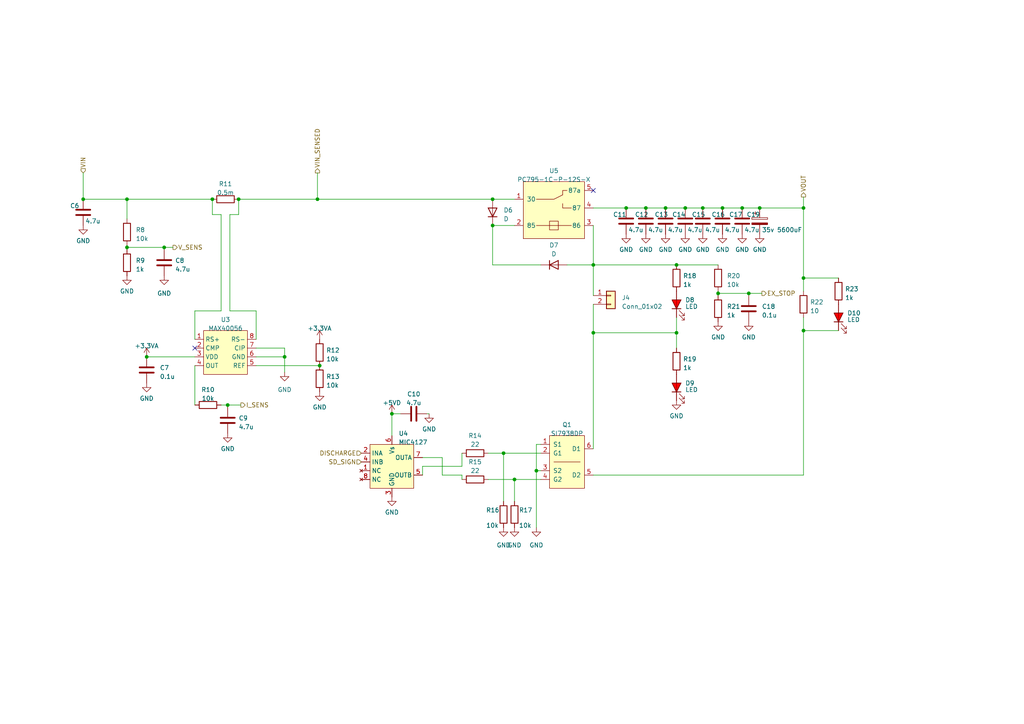
<source format=kicad_sch>
(kicad_sch (version 20231120) (generator "eeschema") (generator_version "8.0")
  (paper "A4")
  (lib_symbols
    (symbol "Connector_Generic:Conn_01x02" (pin_names (offset 1.016) hide)
      (property "Reference" "J" (at 0 2.54 0))
      (property "Value" "Conn_01x02" (at 0 -5.08 0))
      (symbol "Conn_01x02_1_1"
        (rectangle (start -1.27 -2.413) (end 0 -2.667) (stroke (width 0.1524)))
        (rectangle (start -1.27 0.127) (end 0 -0.127) (stroke (width 0.1524)))
        (rectangle (start -1.27 1.27) (end 1.27 -3.81) (stroke (width 0.254)) (fill (type background)))
        (pin passive line (at -5.08 0 0) (length 3.81) (name "Pin_1") (number "1"))
        (pin passive line (at -5.08 -2.54 0) (length 3.81) (name "Pin_2") (number "2"))
      )
    )
    (symbol "Device:C" (pin_numbers hide) (pin_names (offset 0.254))
      (property "Reference" "C" (at 0.635 2.54 0))
      (property "Value" "C" (at 0.635 -2.54 0))
      (symbol "C_0_1"
        (polyline (pts (xy -2.032 -0.762) (xy 2.032 -0.762)) (stroke (width 0.508)))
        (polyline (pts (xy -2.032 0.762) (xy 2.032 0.762)) (stroke (width 0.508)))
      )
      (symbol "C_1_1"
        (pin passive line (at 0 3.81 270) (length 2.794) (name "~") (number "1"))
        (pin passive line (at 0 -3.81 90) (length 2.794) (name "~") (number "2"))
      )
    )
    (symbol "Device:C_Polarized" (pin_numbers hide) (pin_names (offset 0.254))
      (property "Reference" "C" (at 0.635 2.54 0))
      (property "Value" "C_Polarized" (at 0.635 -2.54 0))
      (symbol "C_Polarized_0_1"
        (rectangle (start -2.286 0.508) (end 2.286 1.016))
        (polyline (pts (xy -1.778 2.286) (xy -0.762 2.286)))
        (polyline (pts (xy -1.27 2.794) (xy -1.27 1.778)))
        (rectangle (start 2.286 -0.508) (end -2.286 -1.016) (fill (type outline)))
      )
      (symbol "C_Polarized_1_1"
        (pin passive line (at 0 3.81 270) (length 2.794) (name "~") (number "1"))
        (pin passive line (at 0 -3.81 90) (length 2.794) (name "~") (number "2"))
      )
    )
    (symbol "Device:D" (pin_numbers hide) (pin_names (offset 1.016) hide)
      (property "Reference" "D" (at 0 2.54 0))
      (property "Value" "D" (at 0 -2.54 0))
      (symbol "D_0_1"
        (polyline (pts (xy -1.27 1.27) (xy -1.27 -1.27)) (stroke (width 0.254)))
        (polyline (pts (xy 1.27 0) (xy -1.27 0)))
        (polyline (pts (xy 1.27 1.27) (xy 1.27 -1.27) (xy -1.27 0) (xy 1.27 1.27)) (stroke (width 0.254)))
      )
      (symbol "D_1_1"
        (pin passive line (at -3.81 0 0) (length 2.54) (name "K") (number "1"))
        (pin passive line (at 3.81 0 180) (length 2.54) (name "A") (number "2"))
      )
    )
    (symbol "Device:R" (pin_numbers hide) (pin_names (offset 0))
      (property "Reference" "R" (at 2.032 0 90))
      (property "Value" "R" (at 0 0 90))
      (symbol "R_0_1"
        (rectangle (start -1.016 -2.54) (end 1.016 2.54) (stroke (width 0.254)))
      )
      (symbol "R_1_1"
        (pin passive line (at 0 3.81 270) (length 1.27) (name "~") (number "1"))
        (pin passive line (at 0 -3.81 90) (length 1.27) (name "~") (number "2"))
      )
    )
    (symbol "LED_2" (pin_numbers hide) (pin_names (offset 1.016) hide)
      (property "Reference" "D5" (at 3.81 -0.9525 90))
      (property "Value" "LED" (at 3.81 -3.4925 90))
      (symbol "LED_2_0_1"
        (polyline (pts (xy -1.27 -1.27) (xy -1.27 1.27)) (stroke (width 0.254)))
        (polyline (pts (xy -1.27 0) (xy 1.27 0)))
        (polyline (pts (xy 1.27 -1.27) (xy 1.27 1.27) (xy -1.27 0) (xy 1.27 -1.27)) (stroke (width 0.254)) (fill (type color) (color 255 0 0 1)))
        (polyline (pts (xy -3.048 -0.762) (xy -4.572 -2.286) (xy -3.81 -2.286) (xy -4.572 -2.286) (xy -4.572 -1.524)))
        (polyline (pts (xy -1.778 -0.762) (xy -3.302 -2.286) (xy -2.54 -2.286) (xy -3.302 -2.286) (xy -3.302 -1.524)))
      )
      (symbol "LED_2_1_1"
        (pin passive line (at -3.81 0 0) (length 2.54) (name "K") (number "1"))
        (pin passive line (at 3.81 0 180) (length 2.54) (name "A") (number "2"))
      )
    )
    (symbol "Robocon_Analog:MAX40056"
      (property "Reference" "U" (at 0 0 0))
      (property "Value" "MAX40056" (at 0 0 0))
      (symbol "MAX40056_0_1"
        (rectangle (start -6.35 -1.27) (end 6.35 -13.97) (fill (type background)))
      )
      (symbol "MAX40056_1_1"
        (pin input line (at -8.89 -3.81 0) (length 2.54) (name "RS+") (number "1"))
        (pin output line (at -8.89 -6.35 0) (length 2.54) (name "CMP") (number "2"))
        (pin power_in line (at -8.89 -8.89 0) (length 2.54) (name "VDD") (number "3"))
        (pin output line (at -8.89 -11.43 0) (length 2.54) (name "OUT") (number "4"))
        (pin input line (at 8.89 -11.43 180) (length 2.54) (name "REF") (number "5"))
        (pin power_in line (at 8.89 -8.89 180) (length 2.54) (name "GND") (number "6"))
        (pin input line (at 8.89 -6.35 180) (length 2.54) (name "CIP") (number "7"))
        (pin input line (at 8.89 -3.81 180) (length 2.54) (name "RS-") (number "8"))
      )
    )
    (symbol "Robocon_Gate_Driver:MIC4127"
      (property "Reference" "U" (at 2.54 2.54 0))
      (property "Value" "MIC4127" (at 5.08 0 0))
      (symbol "MIC4127_0_1"
        (rectangle (start -6.35 -1.27) (end 6.35 -13.97) (fill (type background)))
      )
      (symbol "MIC4127_1_1"
        (pin no_connect line (at -8.89 -8.89 0) (length 2.54) (name "NC") (number "1"))
        (pin input line (at -8.89 -3.81 0) (length 2.54) (name "INA") (number "2"))
        (pin power_in line (at 0 -16.51 90) (length 2.54) (name "GND") (number "3"))
        (pin input line (at -8.89 -6.35 0) (length 2.54) (name "INB") (number "4"))
        (pin power_out line (at 8.89 -10.16 180) (length 2.54) (name "OUTB") (number "5"))
        (pin power_in line (at 0 1.27 270) (length 2.54) (name "Vs") (number "6"))
        (pin power_out line (at 8.89 -5.08 180) (length 2.54) (name "OUTA") (number "7"))
        (pin no_connect line (at -8.89 -11.43 0) (length 2.54) (name "NC") (number "8"))
      )
    )
    (symbol "Robocon_MOSFET:HYG090ND06LS1C2" (pin_names (offset 1.016))
      (property "Reference" "Q" (at 0 0 0))
      (property "Value" "HYG090ND06LS1C2" (at 0 0 0))
      (symbol "HYG090ND06LS1C2_0_1"
        (rectangle (start -5.08 -1.27) (end 5.08 -16.51) (fill (type background)))
        (polyline (pts (xy -3.81 -8.89) (xy 3.81 -8.89)))
      )
      (symbol "HYG090ND06LS1C2_1_1"
        (pin passive line (at -7.62 -3.81 0) (length 2.54) (name "S1") (number "1"))
        (pin passive line (at -7.62 -6.35 0) (length 2.54) (name "G1") (number "2"))
        (pin passive line (at -7.62 -11.43 0) (length 2.54) (name "S2") (number "3"))
        (pin passive line (at -7.62 -13.97 0) (length 2.54) (name "G2") (number "4"))
        (pin passive line (at 7.62 -12.7 180) (length 2.54) (name "D2") (number "5"))
        (pin passive line (at 7.62 -5.08 180) (length 2.54) (name "D1") (number "6"))
      )
    )
    (symbol "Robocon_Relay:JD2912-1Z-12VDC" (pin_names (offset 1.016))
      (property "Reference" "U" (at 0 0 0))
      (property "Value" "JD2912-1Z-12VDC" (at 0 0 0))
      (symbol "JD2912-1Z-12VDC_0_1"
        (rectangle (start -8.89 -2.54) (end 8.89 -19.05) (fill (type background)))
        (polyline (pts (xy -5.08 -7.62) (xy 0 -7.62) (xy 2.54 -6.35)))
        (polyline (pts (xy 3.81 -5.08) (xy 2.54 -5.08) (xy 2.54 -6.35)))
        (polyline (pts (xy 5.08 -10.16) (xy 2.54 -10.16) (xy 2.54 -8.89)))
        (polyline (pts (xy -5.08 -15.24) (xy 5.08 -15.24) (xy -1.27 -15.24) (xy -1.27 -13.97) (xy 1.27 -13.97) (xy 1.27 -16.51) (xy -1.27 -16.51) (xy -1.27 -15.24)))
      )
      (symbol "JD2912-1Z-12VDC_1_1"
        (pin power_in line (at -11.43 -7.62 0) (length 2.54) (name "30") (number "1"))
        (pin input line (at -11.43 -15.24 0) (length 2.54) (name "85") (number "2"))
        (pin input line (at 11.43 -15.24 180) (length 2.54) (name "86") (number "3"))
        (pin power_in line (at 11.43 -10.16 180) (length 2.54) (name "87") (number "4"))
        (pin power_in line (at 11.43 -5.08 180) (length 2.54) (name "87a") (number "5"))
      )
    )
    (symbol "power:+3.3VA" (power) (pin_names (offset 0))
      (property "Value" "+3.3VA" (at 0 3.556 0))
      (symbol "+3.3VA_0_1"
        (polyline (pts (xy -0.762 1.27) (xy 0 2.54)))
        (polyline (pts (xy 0 0) (xy 0 2.54)))
        (polyline (pts (xy 0 2.54) (xy 0.762 1.27)))
      )
      (symbol "+3.3VA_1_1"
        (pin power_in line (at 0 0 90) (length 0) hide (name "+3.3VA") (number "1"))
      )
    )
    (symbol "power:+5VD" (power) (pin_names (offset 0))
      (property "Value" "+5VD" (at 0 3.556 0))
      (symbol "+5VD_0_1"
        (polyline (pts (xy -0.762 1.27) (xy 0 2.54)))
        (polyline (pts (xy 0 0) (xy 0 2.54)))
        (polyline (pts (xy 0 2.54) (xy 0.762 1.27)))
      )
      (symbol "+5VD_1_1"
        (pin power_in line (at 0 0 90) (length 0) hide (name "+5VD") (number "1"))
      )
    )
    (symbol "power:GND" (power) (pin_names (offset 0))
      (property "Value" "GND" (at 0 -3.81 0))
      (symbol "GND_0_1"
        (polyline (pts (xy 0 0) (xy 0 -1.27) (xy 1.27 -1.27) (xy 0 -2.54) (xy -1.27 -1.27) (xy 0 -1.27)))
      )
      (symbol "GND_1_1"
        (pin power_in line (at 0 0 270) (length 0) hide (name "GND") (number "1"))
      )
    )
  )
  (junction (at 233.045 80.645))
  (junction (at 113.665 120.015))
  (junction (at 196.215 76.835))
  (junction (at 36.83 57.785))
  (junction (at 42.545 103.505))
  (junction (at 208.28 85.09))
  (junction (at 196.215 96.52))
  (junction (at 146.05 131.445))
  (junction (at 155.575 136.525))
  (junction (at 69.215 57.785))
  (junction (at 209.55 60.325))
  (junction (at 172.085 96.52))
  (junction (at 187.325 60.325))
  (junction (at 233.045 60.325))
  (junction (at 203.835 60.325))
  (junction (at 66.04 117.475))
  (junction (at 181.61 60.325))
  (junction (at 233.045 95.885))
  (junction (at 220.345 60.325))
  (junction (at 82.55 103.505))
  (junction (at 47.625 71.755))
  (junction (at 149.225 139.065))
  (junction (at 142.875 57.785))
  (junction (at 217.17 85.09))
  (junction (at 172.085 76.835))
  (junction (at 92.075 57.785))
  (junction (at 36.83 71.755))
  (junction (at 92.71 106.045))
  (junction (at 24.13 57.785))
  (junction (at 142.875 65.405))
  (junction (at 61.595 57.785))
  (junction (at 215.265 60.325))
  (junction (at 193.04 60.325))
  (junction (at 198.755 60.325))
  (no_connect (at 172.085 55.245))
  (no_connect (at 56.515 100.965))
  (wire (pts (xy 66.675 90.17) (xy 74.295 90.17)))
  (wire (pts (xy 36.83 57.785) (xy 61.595 57.785)))
  (wire (pts (xy 196.215 96.52) (xy 196.215 100.965)))
  (wire (pts (xy 233.045 57.15) (xy 233.045 60.325)))
  (wire (pts (xy 133.985 135.255) (xy 122.555 135.255)))
  (wire (pts (xy 172.085 137.795) (xy 233.045 137.795)))
  (wire (pts (xy 208.28 84.455) (xy 208.28 85.09)))
  (wire (pts (xy 92.075 57.785) (xy 142.875 57.785)))
  (wire (pts (xy 69.215 62.23) (xy 66.675 62.23)))
  (wire (pts (xy 116.205 120.015) (xy 113.665 120.015)))
  (wire (pts (xy 156.845 128.905) (xy 155.575 128.905)))
  (wire (pts (xy 42.545 103.505) (xy 56.515 103.505)))
  (wire (pts (xy 233.045 80.645) (xy 243.205 80.645)))
  (wire (pts (xy 181.61 60.325) (xy 187.325 60.325)))
  (wire (pts (xy 92.075 50.165) (xy 92.075 57.785)))
  (wire (pts (xy 142.875 65.405) (xy 149.225 65.405)))
  (wire (pts (xy 172.085 76.835) (xy 196.215 76.835)))
  (wire (pts (xy 172.085 76.835) (xy 172.085 65.405)))
  (wire (pts (xy 208.28 85.09) (xy 217.17 85.09)))
  (wire (pts (xy 155.575 136.525) (xy 155.575 153.035)))
  (wire (pts (xy 47.625 71.755) (xy 47.625 72.39)))
  (wire (pts (xy 66.675 62.23) (xy 66.675 90.17)))
  (wire (pts (xy 217.17 85.09) (xy 217.17 85.725)))
  (wire (pts (xy 56.515 106.045) (xy 56.515 117.475)))
  (wire (pts (xy 193.04 60.325) (xy 198.755 60.325)))
  (wire (pts (xy 172.085 96.52) (xy 172.085 130.175)))
  (wire (pts (xy 198.755 60.325) (xy 203.835 60.325)))
  (wire (pts (xy 233.045 95.885) (xy 233.045 137.795)))
  (wire (pts (xy 122.555 132.715) (xy 128.27 132.715)))
  (wire (pts (xy 141.605 131.445) (xy 146.05 131.445)))
  (wire (pts (xy 217.17 85.09) (xy 220.98 85.09)))
  (wire (pts (xy 142.875 76.835) (xy 142.875 65.405)))
  (wire (pts (xy 36.83 71.12) (xy 36.83 71.755)))
  (wire (pts (xy 82.55 103.505) (xy 74.295 103.505)))
  (wire (pts (xy 233.045 92.075) (xy 233.045 95.885)))
  (wire (pts (xy 155.575 136.525) (xy 156.845 136.525)))
  (wire (pts (xy 196.215 76.835) (xy 208.28 76.835)))
  (wire (pts (xy 47.625 71.755) (xy 50.165 71.755)))
  (wire (pts (xy 149.225 139.065) (xy 156.845 139.065)))
  (wire (pts (xy 128.27 132.715) (xy 128.27 137.795)))
  (wire (pts (xy 113.665 120.015) (xy 113.665 126.365)))
  (wire (pts (xy 74.295 90.17) (xy 74.295 98.425)))
  (wire (pts (xy 122.555 135.255) (xy 122.555 137.795)))
  (wire (pts (xy 208.28 85.09) (xy 208.28 85.725)))
  (wire (pts (xy 74.295 106.045) (xy 92.71 106.045)))
  (wire (pts (xy 133.985 131.445) (xy 133.985 135.255)))
  (wire (pts (xy 233.045 80.645) (xy 233.045 60.325)))
  (wire (pts (xy 66.04 117.475) (xy 64.135 117.475)))
  (wire (pts (xy 61.595 62.23) (xy 61.595 57.785)))
  (wire (pts (xy 156.845 76.835) (xy 142.875 76.835)))
  (wire (pts (xy 142.875 57.785) (xy 149.225 57.785)))
  (wire (pts (xy 128.27 137.795) (xy 133.985 137.795)))
  (wire (pts (xy 215.265 60.325) (xy 220.345 60.325)))
  (wire (pts (xy 164.465 76.835) (xy 172.085 76.835)))
  (wire (pts (xy 172.085 76.835) (xy 172.085 85.725)))
  (wire (pts (xy 149.225 139.065) (xy 149.225 145.415)))
  (wire (pts (xy 233.045 84.455) (xy 233.045 80.645)))
  (wire (pts (xy 56.515 90.17) (xy 56.515 98.425)))
  (wire (pts (xy 172.085 88.265) (xy 172.085 96.52)))
  (wire (pts (xy 36.83 71.755) (xy 47.625 71.755)))
  (wire (pts (xy 133.985 137.795) (xy 133.985 139.065)))
  (wire (pts (xy 69.215 57.785) (xy 92.075 57.785)))
  (wire (pts (xy 196.215 92.075) (xy 196.215 96.52)))
  (wire (pts (xy 233.045 95.885) (xy 243.205 95.885)))
  (wire (pts (xy 66.04 118.11) (xy 66.04 117.475)))
  (wire (pts (xy 82.55 100.965) (xy 82.55 103.505)))
  (wire (pts (xy 64.135 62.23) (xy 64.135 90.17)))
  (wire (pts (xy 24.13 50.165) (xy 24.13 57.785)))
  (wire (pts (xy 69.215 57.785) (xy 69.215 62.23)))
  (wire (pts (xy 24.13 57.785) (xy 36.83 57.785)))
  (wire (pts (xy 203.835 60.325) (xy 209.55 60.325)))
  (wire (pts (xy 141.605 139.065) (xy 149.225 139.065)))
  (wire (pts (xy 146.05 131.445) (xy 146.05 145.415)))
  (wire (pts (xy 36.83 57.785) (xy 36.83 63.5)))
  (wire (pts (xy 155.575 128.905) (xy 155.575 136.525)))
  (wire (pts (xy 209.55 60.325) (xy 215.265 60.325)))
  (wire (pts (xy 146.05 131.445) (xy 156.845 131.445)))
  (wire (pts (xy 123.825 120.015) (xy 124.46 120.015)))
  (wire (pts (xy 36.83 71.755) (xy 36.83 72.39)))
  (wire (pts (xy 66.04 117.475) (xy 69.85 117.475)))
  (wire (pts (xy 61.595 62.23) (xy 64.135 62.23)))
  (wire (pts (xy 74.295 100.965) (xy 82.55 100.965)))
  (wire (pts (xy 187.325 60.325) (xy 193.04 60.325)))
  (wire (pts (xy 172.085 60.325) (xy 181.61 60.325)))
  (wire (pts (xy 64.135 90.17) (xy 56.515 90.17)))
  (wire (pts (xy 220.345 60.325) (xy 233.045 60.325)))
  (wire (pts (xy 82.55 107.95) (xy 82.55 103.505)))
  (wire (pts (xy 172.085 96.52) (xy 196.215 96.52)))
  (hierarchical_label "I_SENS" (shape output) (at 69.85 117.475 0))
  (hierarchical_label "V_SENS" (shape output) (at 50.165 71.755 0))
  (hierarchical_label "VOUT" (shape output) (at 233.045 57.15 90))
  (hierarchical_label "EX_STOP" (shape output) (at 220.98 85.09 0))
  (hierarchical_label "VIN_SENSED" (shape output) (at 92.075 50.165 90))
  (hierarchical_label "SD_SIGN" (shape input) (at 104.775 133.985 180))
  (hierarchical_label "DISCHARGE" (shape input) (at 104.775 131.445 180))
  (hierarchical_label "VIN" (shape input) (at 24.13 50.165 90))
  (symbol (lib_id "Device:C") (at 209.55 64.135 0) (unit 1)
    (property "Reference" "C16" (at 206.375 62.23 0) (effects (justify left)))
    (property "Value" "4.7u" (at 210.185 66.675 0) (effects (justify left)))
    (property "Footprint" "Capacitor_SMD:C_0805_2012Metric_Pad1.18x1.45mm_HandSolder" (effects (hide yes)))
  )
  (symbol (lib_id "power:+5VD") (at 113.665 120.015 0) (unit 1)
    (property "Reference" "#PWR045" (effects (hide yes)))
    (property "Value" "+5VD" (at 113.665 116.84 0))
  )
  (symbol (lib_id "Robocon_Analog:MAX40056") (at 65.405 94.615 0) (unit 1)
    (property "Reference" "U3" (at 65.405 92.71 0))
    (property "Value" "MAX40056" (at 65.405 95.25 0))
    (property "Footprint" "Package_SO:MSOP-8_3x3mm_P0.65mm" (effects (hide yes)))
  )
  (symbol (lib_id "power:GND") (at 187.325 67.945 0) (unit 1)
    (property "Reference" "#PWR052" (effects (hide yes)))
    (property "Value" "GND" (at 187.325 72.39 0))
  )
  (symbol (lib_id "power:+3.3VA") (at 42.545 103.505 0) (unit 1)
    (property "Reference" "#PWR038" (effects (hide yes)))
    (property "Value" "+3.3VA" (at 42.545 100.33 0))
  )
  (symbol (lib_id "Robocon_Gate_Driver:MIC4127") (at 113.665 127.635 0) (unit 1)
    (property "Reference" "U4" (at 115.6209 125.73 0) (effects (justify left)))
    (property "Value" "MIC4127" (at 115.6209 128.27 0) (effects (justify left)))
    (property "Footprint" "Package_SO:MSOP-8_3x3mm_P0.65mm" (effects (hide yes)))
  )
  (symbol (lib_id "power:+3.3VA") (at 92.71 98.425 0) (unit 1)
    (property "Reference" "#PWR043" (effects (hide yes)))
    (property "Value" "+3.3VA" (at 92.71 95.25 0))
  )
  (symbol (lib_id "power:GND") (at 220.345 67.945 0) (unit 1)
    (property "Reference" "#PWR061" (effects (hide yes)))
    (property "Value" "GND" (at 220.345 72.39 0))
  )
  (symbol (lib_id "Device:C") (at 24.13 61.595 0) (unit 1)
    (property "Reference" "C6" (at 20.32 59.69 0) (effects (justify left)))
    (property "Value" "4.7u" (at 24.765 64.135 0) (effects (justify left)))
    (property "Footprint" "Capacitor_SMD:C_0805_2012Metric_Pad1.18x1.45mm_HandSolder" (effects (hide yes)))
  )
  (symbol (lib_id "Device:C") (at 203.835 64.135 0) (unit 1)
    (property "Reference" "C15" (at 200.66 62.23 0) (effects (justify left)))
    (property "Value" "4.7u" (at 204.47 66.675 0) (effects (justify left)))
    (property "Footprint" "Capacitor_SMD:C_0805_2012Metric_Pad1.18x1.45mm_HandSolder" (effects (hide yes)))
  )
  (symbol (lib_name "LED_2") (lib_id "Device:LED") (at 196.215 112.395 90) (unit 1)
    (property "Reference" "D9" (at 198.755 111.125 90) (effects (justify right)))
    (property "Value" "LED" (at 198.755 113.03 90) (effects (justify right)))
    (property "Footprint" "LED_SMD:LED_0603_1608Metric_Pad1.05x0.95mm_HandSolder" (effects (hide yes)))
  )
  (symbol (lib_id "Device:D") (at 142.875 61.595 90) (unit 1)
    (property "Reference" "D6" (at 146.05 60.96 90) (effects (justify right)))
    (property "Value" "D" (at 146.05 63.5 90) (effects (justify right)))
    (property "Footprint" "Diode_SMD:D_SMA_Handsoldering" (effects (hide yes)))
    (property "Sim.Device" "D" (effects (hide yes)))
    (property "Sim.Pins" "1=K 2=A" (effects (hide yes)))
  )
  (symbol (lib_id "Device:R") (at 36.83 67.31 0) (unit 1)
    (property "Reference" "R8" (at 39.37 66.675 0) (effects (justify left)))
    (property "Value" "10k" (at 39.37 69.215 0) (effects (justify left)))
    (property "Footprint" "Resistor_SMD:R_0603_1608Metric_Pad0.98x0.95mm_HandSolder" (effects (hide yes)))
  )
  (symbol (lib_id "power:GND") (at 196.215 116.205 0) (unit 1)
    (property "Reference" "#PWR054" (effects (hide yes)))
    (property "Value" "GND" (at 196.215 120.65 0))
  )
  (symbol (lib_id "Device:R") (at 196.215 80.645 0) (unit 1)
    (property "Reference" "R18" (at 198.12 80.01 0) (effects (justify left)))
    (property "Value" "1k" (at 198.12 82.55 0) (effects (justify left)))
    (property "Footprint" "Resistor_SMD:R_0603_1608Metric_Pad0.98x0.95mm_HandSolder" (effects (hide yes)))
  )
  (symbol (lib_id "Device:C_Polarized") (at 220.345 64.135 0) (unit 1)
    (property "Reference" "C19" (at 216.535 62.23 0) (effects (justify left)))
    (property "Value" "35v 5600uF" (at 220.98 66.675 0) (effects (justify left)))
    (property "Footprint" "Capacitor_THT:CP_Radial_D18.0mm_P7.50mm" (effects (hide yes)))
  )
  (symbol (lib_id "Device:R") (at 65.405 57.785 90) (unit 1)
    (property "Reference" "R11" (at 65.405 53.34 90))
    (property "Value" "0.5m" (at 65.405 55.88 90))
    (property "Footprint" "Robocon_Resistor:PU3921" (effects (hide yes)))
  )
  (symbol (lib_id "power:GND") (at 36.83 80.01 0) (unit 1)
    (property "Reference" "#PWR037" (effects (hide yes)))
    (property "Value" "GND" (at 36.83 84.455 0))
  )
  (symbol (lib_id "Device:R") (at 208.28 80.645 0) (unit 1)
    (property "Reference" "R20" (at 210.82 80.01 0) (effects (justify left)))
    (property "Value" "10k" (at 210.82 82.55 0) (effects (justify left)))
    (property "Footprint" "Resistor_SMD:R_0603_1608Metric_Pad0.98x0.95mm_HandSolder" (effects (hide yes)))
  )
  (symbol (lib_id "power:GND") (at 208.28 93.345 0) (unit 1)
    (property "Reference" "#PWR057" (effects (hide yes)))
    (property "Value" "GND" (at 208.28 97.79 0))
  )
  (symbol (lib_id "Device:R") (at 36.83 76.2 0) (unit 1)
    (property "Reference" "R9" (at 39.37 75.565 0) (effects (justify left)))
    (property "Value" "1k" (at 39.37 78.105 0) (effects (justify left)))
    (property "Footprint" "Resistor_SMD:R_0603_1608Metric_Pad0.98x0.95mm_HandSolder" (effects (hide yes)))
  )
  (symbol (lib_id "Device:R") (at 92.71 102.235 0) (unit 1)
    (property "Reference" "R12" (at 94.615 101.6 0) (effects (justify left)))
    (property "Value" "10k" (at 94.615 104.14 0) (effects (justify left)))
    (property "Footprint" "Resistor_SMD:R_0603_1608Metric_Pad0.98x0.95mm_HandSolder" (effects (hide yes)))
  )
  (symbol (lib_id "Device:R") (at 149.225 149.225 0) (unit 1)
    (property "Reference" "R17" (at 150.495 147.955 0) (effects (justify left)))
    (property "Value" "10k" (at 150.495 152.4 0) (effects (justify left)))
    (property "Footprint" "Resistor_SMD:R_0603_1608Metric_Pad0.98x0.95mm_HandSolder" (effects (hide yes)))
  )
  (symbol (lib_id "Device:C") (at 66.04 121.92 0) (unit 1)
    (property "Reference" "C9" (at 69.215 121.285 0) (effects (justify left)))
    (property "Value" "4.7u" (at 69.215 123.825 0) (effects (justify left)))
    (property "Footprint" "Capacitor_SMD:C_0805_2012Metric_Pad1.18x1.45mm_HandSolder" (effects (hide yes)))
  )
  (symbol (lib_id "Device:R") (at 233.045 88.265 0) (unit 1)
    (property "Reference" "R22" (at 234.95 87.63 0) (effects (justify left)))
    (property "Value" "10" (at 234.95 90.17 0) (effects (justify left)))
    (property "Footprint" "Resistor_SMD:R_2512_6332Metric" (effects (hide yes)))
  )
  (symbol (lib_id "Device:R") (at 208.28 89.535 0) (unit 1)
    (property "Reference" "R21" (at 210.82 88.9 0) (effects (justify left)))
    (property "Value" "1k" (at 210.82 91.44 0) (effects (justify left)))
    (property "Footprint" "Resistor_SMD:R_0603_1608Metric_Pad0.98x0.95mm_HandSolder" (effects (hide yes)))
  )
  (symbol (lib_id "Device:R") (at 243.205 84.455 0) (unit 1)
    (property "Reference" "R23" (at 245.11 83.82 0) (effects (justify left)))
    (property "Value" "1k" (at 245.11 86.36 0) (effects (justify left)))
    (property "Footprint" "Resistor_SMD:R_0603_1608Metric_Pad0.98x0.95mm_HandSolder" (effects (hide yes)))
  )
  (symbol (lib_id "Device:C") (at 187.325 64.135 0) (unit 1)
    (property "Reference" "C12" (at 184.15 62.23 0) (effects (justify left)))
    (property "Value" "4.7u" (at 187.96 66.675 0) (effects (justify left)))
    (property "Footprint" "Capacitor_SMD:C_0805_2012Metric_Pad1.18x1.45mm_HandSolder" (effects (hide yes)))
  )
  (symbol (lib_id "Device:C") (at 215.265 64.135 0) (unit 1)
    (property "Reference" "C17" (at 211.455 62.23 0) (effects (justify left)))
    (property "Value" "4.7u" (at 215.9 66.675 0) (effects (justify left)))
    (property "Footprint" "Capacitor_SMD:C_0805_2012Metric_Pad1.18x1.45mm_HandSolder" (effects (hide yes)))
  )
  (symbol (lib_name "LED_2") (lib_id "Device:LED") (at 243.205 92.075 90) (unit 1)
    (property "Reference" "D10" (at 245.745 90.805 90) (effects (justify right)))
    (property "Value" "LED" (at 245.745 92.71 90) (effects (justify right)))
    (property "Footprint" "LED_SMD:LED_0603_1608Metric_Pad1.05x0.95mm_HandSolder" (effects (hide yes)))
  )
  (symbol (lib_id "power:GND") (at 193.04 67.945 0) (unit 1)
    (property "Reference" "#PWR053" (effects (hide yes)))
    (property "Value" "GND" (at 193.04 72.39 0))
  )
  (symbol (lib_id "power:GND") (at 47.625 80.01 0) (unit 1)
    (property "Reference" "#PWR040" (effects (hide yes)))
    (property "Value" "GND" (at 47.625 85.09 0))
  )
  (symbol (lib_id "power:GND") (at 124.46 120.015 0) (unit 1)
    (property "Reference" "#PWR047" (effects (hide yes)))
    (property "Value" "GND" (at 124.46 124.46 0))
  )
  (symbol (lib_id "power:GND") (at 149.225 153.035 0) (unit 1)
    (property "Reference" "#PWR049" (effects (hide yes)))
    (property "Value" "GND" (at 149.225 158.115 0))
  )
  (symbol (lib_id "power:GND") (at 217.17 93.345 0) (unit 1)
    (property "Reference" "#PWR060" (effects (hide yes)))
    (property "Value" "GND" (at 217.17 97.79 0))
  )
  (symbol (lib_id "power:GND") (at 42.545 111.125 0) (unit 1)
    (property "Reference" "#PWR039" (effects (hide yes)))
    (property "Value" "GND" (at 42.545 115.57 0))
  )
  (symbol (lib_id "Device:C") (at 193.04 64.135 0) (unit 1)
    (property "Reference" "C13" (at 189.865 62.23 0) (effects (justify left)))
    (property "Value" "4.7u" (at 193.675 66.675 0) (effects (justify left)))
    (property "Footprint" "Capacitor_SMD:C_0805_2012Metric_Pad1.18x1.45mm_HandSolder" (effects (hide yes)))
  )
  (symbol (lib_id "power:GND") (at 215.265 67.945 0) (unit 1)
    (property "Reference" "#PWR059" (effects (hide yes)))
    (property "Value" "GND" (at 215.265 72.39 0))
  )
  (symbol (lib_id "power:GND") (at 24.13 65.405 0) (unit 1)
    (property "Reference" "#PWR036" (effects (hide yes)))
    (property "Value" "GND" (at 24.13 69.85 0))
  )
  (symbol (lib_id "power:GND") (at 92.71 113.665 0) (unit 1)
    (property "Reference" "#PWR044" (effects (hide yes)))
    (property "Value" "GND" (at 92.71 118.11 0))
  )
  (symbol (lib_id "Device:C") (at 120.015 120.015 90) (unit 1)
    (property "Reference" "C10" (at 120.015 114.3 90))
    (property "Value" "4.7u" (at 120.015 116.84 90))
    (property "Footprint" "Capacitor_SMD:C_0603_1608Metric_Pad1.08x0.95mm_HandSolder" (effects (hide yes)))
  )
  (symbol (lib_id "Device:R") (at 60.325 117.475 90) (unit 1)
    (property "Reference" "R10" (at 60.325 113.03 90))
    (property "Value" "10k" (at 60.325 115.57 90))
    (property "Footprint" "Resistor_SMD:R_0603_1608Metric_Pad0.98x0.95mm_HandSolder" (effects (hide yes)))
  )
  (symbol (lib_id "Device:R") (at 137.795 139.065 90) (unit 1)
    (property "Reference" "R15" (at 137.795 133.985 90))
    (property "Value" "22" (at 137.795 136.525 90))
    (property "Footprint" "Resistor_SMD:R_0603_1608Metric_Pad0.98x0.95mm_HandSolder" (effects (hide yes)))
  )
  (symbol (lib_id "power:GND") (at 181.61 67.945 0) (unit 1)
    (property "Reference" "#PWR051" (effects (hide yes)))
    (property "Value" "GND" (at 181.61 72.39 0))
  )
  (symbol (lib_id "power:GND") (at 198.755 67.945 0) (unit 1)
    (property "Reference" "#PWR055" (effects (hide yes)))
    (property "Value" "GND" (at 198.755 72.39 0))
  )
  (symbol (lib_name "LED_2") (lib_id "Device:LED") (at 196.215 88.265 90) (unit 1)
    (property "Reference" "D8" (at 198.755 86.995 90) (effects (justify right)))
    (property "Value" "LED" (at 198.755 88.9 90) (effects (justify right)))
    (property "Footprint" "LED_SMD:LED_0603_1608Metric_Pad1.05x0.95mm_HandSolder" (effects (hide yes)))
  )
  (symbol (lib_id "Robocon_MOSFET:HYG090ND06LS1C2") (at 164.465 125.095 0) (unit 1)
    (property "Reference" "Q1" (at 164.465 123.19 0))
    (property "Value" "SI7938DP" (at 164.465 125.73 0))
    (property "Footprint" "Robocon_MOSFET:PDFN5x6" (effects (hide yes)))
  )
  (symbol (lib_id "Device:C") (at 217.17 89.535 0) (unit 1)
    (property "Reference" "C18" (at 220.98 88.9 0) (effects (justify left)))
    (property "Value" "0.1u" (at 220.98 91.44 0) (effects (justify left)))
    (property "Footprint" "Capacitor_SMD:C_0603_1608Metric_Pad1.08x0.95mm_HandSolder" (effects (hide yes)))
  )
  (symbol (lib_id "Device:C") (at 181.61 64.135 0) (unit 1)
    (property "Reference" "C11" (at 177.8 62.23 0) (effects (justify left)))
    (property "Value" "4.7u" (at 182.245 66.675 0) (effects (justify left)))
    (property "Footprint" "Capacitor_SMD:C_0805_2012Metric_Pad1.18x1.45mm_HandSolder" (effects (hide yes)))
  )
  (symbol (lib_id "Device:R") (at 92.71 109.855 0) (unit 1)
    (property "Reference" "R13" (at 94.615 109.22 0) (effects (justify left)))
    (property "Value" "10k" (at 94.615 111.76 0) (effects (justify left)))
    (property "Footprint" "Resistor_SMD:R_0603_1608Metric_Pad0.98x0.95mm_HandSolder" (effects (hide yes)))
  )
  (symbol (lib_id "Robocon_Relay:JD2912-1Z-12VDC") (at 160.655 50.165 0) (unit 1)
    (property "Reference" "U5" (at 160.655 49.53 0))
    (property "Value" "PC795-1C-P-12S-X" (at 160.655 52.07 0))
    (property "Footprint" "Robocon_Relay:PC795_PCB" (effects (hide yes)))
  )
  (symbol (lib_id "Device:R") (at 146.05 149.225 0) (unit 1)
    (property "Reference" "R16" (at 140.97 147.955 0) (effects (justify left)))
    (property "Value" "10k" (at 140.97 152.4 0) (effects (justify left)))
    (property "Footprint" "Resistor_SMD:R_0603_1608Metric_Pad0.98x0.95mm_HandSolder" (effects (hide yes)))
  )
  (symbol (lib_id "Device:C") (at 47.625 76.2 0) (unit 1)
    (property "Reference" "C8" (at 50.8 75.565 0) (effects (justify left)))
    (property "Value" "4.7u" (at 50.8 78.105 0) (effects (justify left)))
    (property "Footprint" "Capacitor_SMD:C_0805_2012Metric_Pad1.18x1.45mm_HandSolder" (effects (hide yes)))
  )
  (symbol (lib_id "Connector_Generic:Conn_01x02") (at 177.165 85.725 0) (unit 1)
    (property "Reference" "J4" (at 180.34 86.36 0) (effects (justify left)))
    (property "Value" "Conn_01x02" (at 180.34 88.9 0) (effects (justify left)))
    (property "Footprint" "Connector_AMASS:AMASS_XT60-F_1x02_P7.20mm_Vertical" (effects (hide yes)))
  )
  (symbol (lib_id "power:GND") (at 113.665 144.145 0) (unit 1)
    (property "Reference" "#PWR046" (effects (hide yes)))
    (property "Value" "GND" (at 113.665 148.59 0))
  )
  (symbol (lib_id "power:GND") (at 203.835 67.945 0) (unit 1)
    (property "Reference" "#PWR056" (effects (hide yes)))
    (property "Value" "GND" (at 203.835 72.39 0))
  )
  (symbol (lib_id "power:GND") (at 209.55 67.945 0) (unit 1)
    (property "Reference" "#PWR058" (effects (hide yes)))
    (property "Value" "GND" (at 209.55 72.39 0))
  )
  (symbol (lib_id "power:GND") (at 155.575 153.035 0) (unit 1)
    (property "Reference" "#PWR050" (effects (hide yes)))
    (property "Value" "GND" (at 155.575 158.115 0))
  )
  (symbol (lib_id "Device:R") (at 137.795 131.445 90) (unit 1)
    (property "Reference" "R14" (at 137.795 126.365 90))
    (property "Value" "22" (at 137.795 128.905 90))
    (property "Footprint" "Resistor_SMD:R_0603_1608Metric_Pad0.98x0.95mm_HandSolder" (effects (hide yes)))
  )
  (symbol (lib_id "Device:R") (at 196.215 104.775 0) (unit 1)
    (property "Reference" "R19" (at 198.12 104.14 0) (effects (justify left)))
    (property "Value" "1k" (at 198.12 106.68 0) (effects (justify left)))
    (property "Footprint" "Resistor_SMD:R_0603_1608Metric_Pad0.98x0.95mm_HandSolder" (effects (hide yes)))
  )
  (symbol (lib_id "power:GND") (at 82.55 107.95 0) (unit 1)
    (property "Reference" "#PWR042" (effects (hide yes)))
    (property "Value" "GND" (at 82.55 113.03 0))
  )
  (symbol (lib_id "power:GND") (at 146.05 153.035 0) (unit 1)
    (property "Reference" "#PWR048" (effects (hide yes)))
    (property "Value" "GND" (at 146.05 158.115 0))
  )
  (symbol (lib_id "Device:D") (at 160.655 76.835 0) (unit 1)
    (property "Reference" "D7" (at 160.655 71.12 0))
    (property "Value" "D" (at 160.655 73.66 0))
    (property "Footprint" "Diode_SMD:D_SMA_Handsoldering" (effects (hide yes)))
    (property "Sim.Device" "D" (effects (hide yes)))
    (property "Sim.Pins" "1=K 2=A" (effects (hide yes)))
  )
  (symbol (lib_id "power:GND") (at 66.04 125.73 0) (unit 1)
    (property "Reference" "#PWR041" (effects (hide yes)))
    (property "Value" "GND" (at 66.04 130.175 0))
  )
  (symbol (lib_id "Device:C") (at 42.545 107.315 0) (unit 1)
    (property "Reference" "C7" (at 46.355 106.68 0) (effects (justify left)))
    (property "Value" "0.1u" (at 46.355 109.22 0) (effects (justify left)))
    (property "Footprint" "Capacitor_SMD:C_0603_1608Metric_Pad1.08x0.95mm_HandSolder" (effects (hide yes)))
  )
  (symbol (lib_id "Device:C") (at 198.755 64.135 0) (unit 1)
    (property "Reference" "C14" (at 194.945 62.23 0) (effects (justify left)))
    (property "Value" "4.7u" (at 199.39 66.675 0) (effects (justify left)))
    (property "Footprint" "Capacitor_SMD:C_0805_2012Metric_Pad1.18x1.45mm_HandSolder" (effects (hide yes)))
  )
)
</source>
